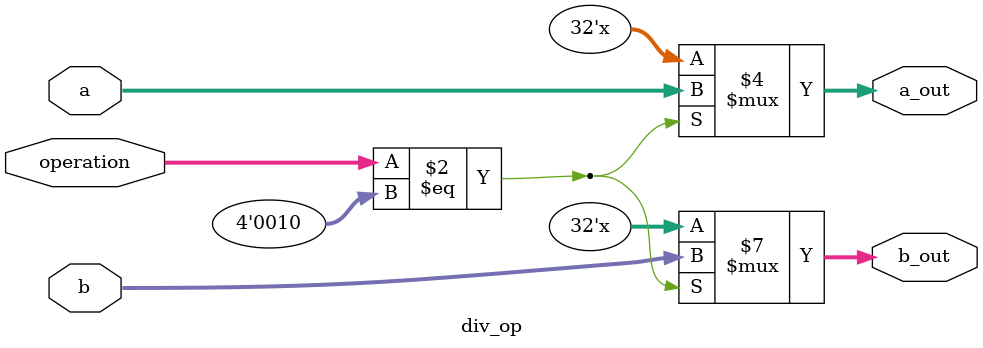
<source format=v>
`timescale 1ns / 1ps


module div_op(
    input [31:0] a,b,
    input [3:0] operation,
    output reg[31:0] a_out,b_out
    );
    
    always @(*) begin
        if(operation == 4'd2) begin
            a_out <= a;
            b_out <= b;
        end
        else {a_out,b_out} <= 64'dz;
    end
endmodule

</source>
